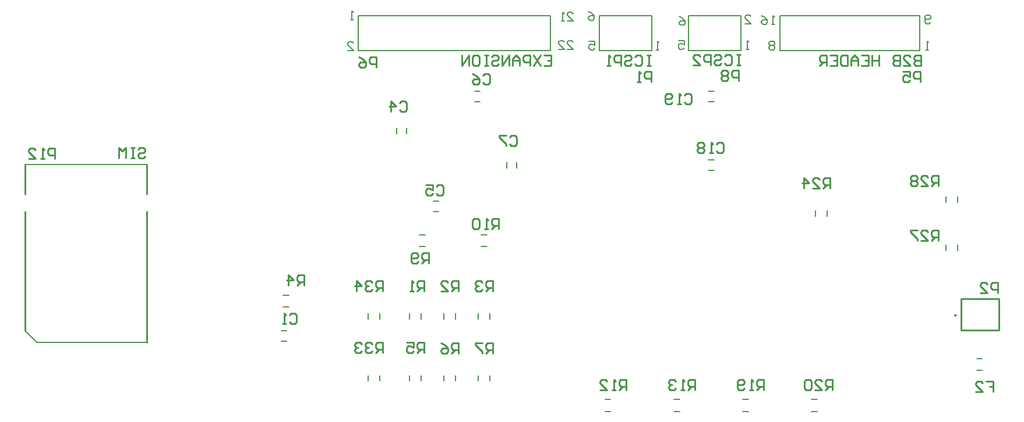
<source format=gbo>
%FSLAX25Y25*%
%MOIN*%
G70*
G01*
G75*
G04 Layer_Color=32896*
%ADD10R,0.05906X0.07480*%
%ADD11R,0.07480X0.05906*%
%ADD12R,0.04331X0.06693*%
%ADD13R,0.06299X0.06299*%
%ADD14R,0.04331X0.03937*%
%ADD15R,0.08661X0.10236*%
%ADD16R,0.02756X0.05118*%
%ADD17R,0.09449X0.10236*%
%ADD18O,0.02362X0.07677*%
%ADD19O,0.07677X0.02362*%
%ADD20R,0.05118X0.02756*%
%ADD21O,0.01181X0.08268*%
%ADD22O,0.08268X0.01181*%
%ADD23R,0.06693X0.04331*%
%ADD24R,0.09055X0.09055*%
%ADD25R,0.33071X0.41929*%
%ADD26R,0.14961X0.04134*%
%ADD27O,0.09055X0.02756*%
%ADD28R,0.03150X0.18110*%
%ADD29R,0.18110X0.03150*%
%ADD30R,0.08858X0.03150*%
%ADD31R,0.10630X0.13780*%
%ADD32R,0.03150X0.09449*%
%ADD33R,0.03150X0.03937*%
%ADD34R,0.09449X0.07874*%
%ADD35R,0.00984X0.05512*%
%ADD36R,0.08661X0.05906*%
%ADD37C,0.01575*%
%ADD38C,0.00598*%
%ADD39C,0.03937*%
%ADD40C,0.03150*%
%ADD41C,0.00787*%
%ADD42C,0.02756*%
%ADD43C,0.12598*%
%ADD44R,0.05906X0.05906*%
%ADD45C,0.05906*%
%ADD46R,0.05906X0.05906*%
%ADD47C,0.19685*%
%ADD48C,0.06000*%
%ADD49C,0.13780*%
%ADD50C,0.09055*%
%ADD51C,0.12661*%
%ADD52P,0.06213X8X112.5*%
%ADD53O,0.04724X0.09843*%
%ADD54C,0.05000*%
%ADD55R,0.05709X0.07677*%
%ADD56R,0.04724X0.11024*%
%ADD57R,0.11024X0.11024*%
%ADD58C,0.00984*%
%ADD59C,0.02362*%
%ADD60C,0.01000*%
%ADD61R,0.06706X0.08280*%
%ADD62R,0.08280X0.06706*%
%ADD63R,0.05131X0.07493*%
%ADD64R,0.07099X0.07099*%
%ADD65R,0.05131X0.04737*%
%ADD66R,0.09461X0.11036*%
%ADD67R,0.03556X0.05918*%
%ADD68R,0.10249X0.11036*%
%ADD69O,0.03162X0.08477*%
%ADD70O,0.08477X0.03162*%
%ADD71R,0.05918X0.03556*%
%ADD72O,0.01981X0.09068*%
%ADD73O,0.09068X0.01981*%
%ADD74R,0.07493X0.05131*%
%ADD75R,0.09855X0.09855*%
%ADD76R,0.33871X0.42729*%
%ADD77R,0.15761X0.04934*%
%ADD78O,0.09855X0.03556*%
%ADD79R,0.03950X0.18910*%
%ADD80R,0.18910X0.03950*%
%ADD81R,0.09658X0.03950*%
%ADD82R,0.11430X0.14579*%
%ADD83R,0.03950X0.10249*%
%ADD84R,0.03950X0.04737*%
%ADD85R,0.10249X0.08674*%
%ADD86R,0.01784X0.06312*%
%ADD87R,0.09461X0.06706*%
%ADD88C,0.13398*%
%ADD89R,0.06706X0.06706*%
%ADD90C,0.06706*%
%ADD91R,0.06706X0.06706*%
%ADD92C,0.20485*%
%ADD93C,0.06800*%
%ADD94C,0.14579*%
%ADD95C,0.09855*%
%ADD96C,0.13461*%
%ADD97P,0.07079X8X112.5*%
%ADD98O,0.05524X0.10642*%
%ADD99C,0.05800*%
%ADD100R,0.06509X0.08477*%
%ADD101R,0.05524X0.11824*%
%ADD102R,0.11824X0.11824*%
%ADD103C,0.00800*%
D41*
X277953Y156496D02*
X281102D01*
X277953Y150591D02*
X281102D01*
X270079Y137205D02*
X273228D01*
X270079Y130512D02*
X273228D01*
X305512Y137205D02*
X308661D01*
X305512Y130512D02*
X308661D01*
X435433Y219488D02*
X438583D01*
X435433Y213583D02*
X438583D01*
X240748Y88976D02*
Y92126D01*
X247441Y88976D02*
Y92126D01*
X578150Y155905D02*
Y159055D01*
X571457Y155905D02*
Y159055D01*
X290748Y53543D02*
Y56693D01*
X284055Y53543D02*
Y56693D01*
X271063Y53543D02*
Y56693D01*
X264370Y53543D02*
Y56693D01*
X256890Y195276D02*
Y198425D01*
X262795Y195276D02*
Y198425D01*
X571457Y128347D02*
Y131496D01*
X578150Y128347D02*
Y131496D01*
X588976Y59646D02*
X592126D01*
X588976Y66338D02*
X592126D01*
X503347Y148031D02*
Y151181D01*
X496654Y148031D02*
Y151181D01*
X271063Y88976D02*
Y92126D01*
X264370Y88976D02*
Y92126D01*
X290748Y88976D02*
Y92126D01*
X284055Y88976D02*
Y92126D01*
X310433Y88976D02*
Y92126D01*
X303740Y88976D02*
Y92126D01*
X310433Y53543D02*
Y56693D01*
X303740Y53543D02*
Y56693D01*
X247441Y53543D02*
Y56693D01*
X240748Y53543D02*
Y56693D01*
X301575Y213583D02*
X304724D01*
X301575Y219488D02*
X304724D01*
X319882Y175591D02*
Y178740D01*
X325787Y175591D02*
Y178740D01*
X192126Y95866D02*
X195276D01*
X192126Y102559D02*
X195276D01*
X190945Y82087D02*
X194095D01*
X190945Y76181D02*
X194095D01*
X376378Y42717D02*
X379528D01*
X376378Y36024D02*
X379528D01*
X415748Y42717D02*
X418898D01*
X415748Y36024D02*
X418898D01*
X455118Y42717D02*
X458268D01*
X455118Y36024D02*
X458268D01*
X494488Y42717D02*
X497638D01*
X494488Y36024D02*
X497638D01*
X435433Y174213D02*
X438583D01*
X435433Y180118D02*
X438583D01*
X235158Y243032D02*
Y263032D01*
X345158D01*
X235158Y243032D02*
X345158D01*
Y263032D01*
X402953Y243032D02*
Y263032D01*
X372953Y243032D02*
X402953D01*
X372953Y263032D02*
X402953D01*
X372953Y243032D02*
X392119D01*
X372953D02*
Y263032D01*
X454134Y243032D02*
Y263032D01*
X424134Y243032D02*
X454134D01*
X424134Y263032D02*
X454134D01*
X424134Y243032D02*
X443301D01*
X424134D02*
Y263032D01*
X476496Y243032D02*
Y263032D01*
X556496D01*
X476496Y243032D02*
X556496D01*
Y263032D01*
X44488Y177559D02*
X114173D01*
X51181Y75590D02*
X114173D01*
X44488Y82284D02*
X51181Y75590D01*
D60*
X577165Y90945D02*
G03*
X577165Y90945I-394J0D01*
G01*
X114173Y160630D02*
Y177559D01*
Y75590D02*
Y150394D01*
X44488Y160630D02*
Y177559D01*
Y82284D02*
Y150394D01*
X601575Y82677D02*
Y100394D01*
X579921Y82677D02*
Y100394D01*
X601575D01*
X579921Y82677D02*
X601575D01*
X203902Y108143D02*
Y114141D01*
X200903D01*
X199904Y113142D01*
Y111142D01*
X200903Y110143D01*
X203902D01*
X201903D02*
X199904Y108143D01*
X194905D02*
Y114141D01*
X197904Y111142D01*
X193906D01*
X388204Y48293D02*
Y54291D01*
X385205D01*
X384205Y53291D01*
Y51292D01*
X385205Y50292D01*
X388204D01*
X386205D02*
X384205Y48293D01*
X382206D02*
X380206D01*
X381206D01*
Y54291D01*
X382206Y53291D01*
X373209Y48293D02*
X377207D01*
X373209Y52292D01*
Y53291D01*
X374208Y54291D01*
X376208D01*
X377207Y53291D01*
X427541Y48230D02*
Y54228D01*
X424542D01*
X423542Y53228D01*
Y51229D01*
X424542Y50229D01*
X427541D01*
X425542D02*
X423542Y48230D01*
X421543D02*
X419544D01*
X420543D01*
Y54228D01*
X421543Y53228D01*
X416544D02*
X415545Y54228D01*
X413546D01*
X412546Y53228D01*
Y52229D01*
X413546Y51229D01*
X414545D01*
X413546D01*
X412546Y50229D01*
Y49230D01*
X413546Y48230D01*
X415545D01*
X416544Y49230D01*
X292293Y104793D02*
Y110791D01*
X289294D01*
X288294Y109791D01*
Y107792D01*
X289294Y106792D01*
X292293D01*
X290294D02*
X288294Y104793D01*
X282296D02*
X286295D01*
X282296Y108792D01*
Y109791D01*
X283296Y110791D01*
X285295D01*
X286295Y109791D01*
X292330Y69330D02*
Y75328D01*
X289331D01*
X288331Y74328D01*
Y72329D01*
X289331Y71329D01*
X292330D01*
X290331D02*
X288331Y69330D01*
X282333Y75328D02*
X284332Y74328D01*
X286332Y72329D01*
Y70330D01*
X285332Y69330D01*
X283333D01*
X282333Y70330D01*
Y71329D01*
X283333Y72329D01*
X286332D01*
X311967Y104756D02*
Y110754D01*
X308968D01*
X307968Y109754D01*
Y107755D01*
X308968Y106755D01*
X311967D01*
X309968D02*
X307968Y104756D01*
X305969Y109754D02*
X304969Y110754D01*
X302970D01*
X301970Y109754D01*
Y108755D01*
X302970Y107755D01*
X303970D01*
X302970D01*
X301970Y106755D01*
Y105756D01*
X302970Y104756D01*
X304969D01*
X305969Y105756D01*
X311993Y69330D02*
Y75328D01*
X308994D01*
X307994Y74328D01*
Y72329D01*
X308994Y71329D01*
X311993D01*
X309994D02*
X307994Y69330D01*
X305995Y75328D02*
X301996D01*
Y74328D01*
X305995Y70330D01*
Y69330D01*
X272667Y104756D02*
Y110754D01*
X269668D01*
X268668Y109754D01*
Y107755D01*
X269668Y106755D01*
X272667D01*
X270668D02*
X268668Y104756D01*
X266669D02*
X264669D01*
X265669D01*
Y110754D01*
X266669Y109754D01*
X272667Y69378D02*
Y75376D01*
X269668D01*
X268668Y74376D01*
Y72377D01*
X269668Y71377D01*
X272667D01*
X270668D02*
X268668Y69378D01*
X262670Y75376D02*
X266669D01*
Y72377D01*
X264669Y73377D01*
X263670D01*
X262670Y72377D01*
Y70378D01*
X263670Y69378D01*
X265669D01*
X266669Y70378D01*
X275508Y120952D02*
Y126950D01*
X272509D01*
X271509Y125951D01*
Y123951D01*
X272509Y122952D01*
X275508D01*
X273509D02*
X271509Y120952D01*
X269510Y121952D02*
X268510Y120952D01*
X266511D01*
X265511Y121952D01*
Y125951D01*
X266511Y126950D01*
X268510D01*
X269510Y125951D01*
Y124951D01*
X268510Y123951D01*
X265511D01*
X315354Y140551D02*
Y146549D01*
X312355D01*
X311356Y145550D01*
Y143550D01*
X312355Y142551D01*
X315354D01*
X313355D02*
X311356Y140551D01*
X309356D02*
X307357D01*
X308357D01*
Y146549D01*
X309356Y145550D01*
X304358D02*
X303358Y146549D01*
X301359D01*
X300359Y145550D01*
Y141551D01*
X301359Y140551D01*
X303358D01*
X304358Y141551D01*
Y145550D01*
X506252Y48304D02*
Y54302D01*
X503253D01*
X502253Y53302D01*
Y51303D01*
X503253Y50303D01*
X506252D01*
X504253D02*
X502253Y48304D01*
X496255D02*
X500254D01*
X496255Y52303D01*
Y53302D01*
X497255Y54302D01*
X499254D01*
X500254Y53302D01*
X494256D02*
X493256Y54302D01*
X491257D01*
X490257Y53302D01*
Y49304D01*
X491257Y48304D01*
X493256D01*
X494256Y49304D01*
Y53302D01*
X504952Y163819D02*
Y169817D01*
X501953D01*
X500953Y168817D01*
Y166818D01*
X501953Y165818D01*
X504952D01*
X502953D02*
X500953Y163819D01*
X494955D02*
X498954D01*
X494955Y167818D01*
Y168817D01*
X495955Y169817D01*
X497954D01*
X498954Y168817D01*
X489957Y163819D02*
Y169817D01*
X492956Y166818D01*
X488957D01*
X566929Y133858D02*
Y139856D01*
X563930D01*
X562930Y138857D01*
Y136857D01*
X563930Y135858D01*
X566929D01*
X564930D02*
X562930Y133858D01*
X556932D02*
X560931D01*
X556932Y137857D01*
Y138857D01*
X557932Y139856D01*
X559931D01*
X560931Y138857D01*
X554933Y139856D02*
X550934D01*
Y138857D01*
X554933Y134858D01*
Y133858D01*
X566929Y165354D02*
Y171352D01*
X563930D01*
X562930Y170353D01*
Y168353D01*
X563930Y167354D01*
X566929D01*
X564930D02*
X562930Y165354D01*
X556932D02*
X560931D01*
X556932Y169353D01*
Y170353D01*
X557932Y171352D01*
X559931D01*
X560931Y170353D01*
X554933D02*
X553933Y171352D01*
X551934D01*
X550934Y170353D01*
Y169353D01*
X551934Y168353D01*
X550934Y167354D01*
Y166354D01*
X551934Y165354D01*
X553933D01*
X554933Y166354D01*
Y167354D01*
X553933Y168353D01*
X554933Y169353D01*
Y170353D01*
X553933Y168353D02*
X551934D01*
X402756Y224803D02*
Y230801D01*
X399757D01*
X398757Y229802D01*
Y227802D01*
X399757Y226802D01*
X402756D01*
X396758Y224803D02*
X394759D01*
X395758D01*
Y230801D01*
X396758Y229802D01*
X556693Y224803D02*
Y230801D01*
X553694D01*
X552694Y229802D01*
Y227802D01*
X553694Y226802D01*
X556693D01*
X546696Y230801D02*
X550695D01*
Y227802D01*
X548696Y228802D01*
X547696D01*
X546696Y227802D01*
Y225803D01*
X547696Y224803D01*
X549695D01*
X550695Y225803D01*
X452756Y225590D02*
Y231589D01*
X449757D01*
X448757Y230589D01*
Y228590D01*
X449757Y227590D01*
X452756D01*
X446758Y230589D02*
X445758Y231589D01*
X443759D01*
X442759Y230589D01*
Y229589D01*
X443759Y228590D01*
X442759Y227590D01*
Y226590D01*
X443759Y225590D01*
X445758D01*
X446758Y226590D01*
Y227590D01*
X445758Y228590D01*
X446758Y229589D01*
Y230589D01*
X445758Y228590D02*
X443759D01*
X594426Y53242D02*
X598425D01*
Y50243D01*
X596426D01*
X598425D01*
Y47244D01*
X588428D02*
X592427D01*
X588428Y51243D01*
Y52242D01*
X589428Y53242D01*
X591428D01*
X592427Y52242D01*
X321764Y193254D02*
X322764Y194254D01*
X324763D01*
X325763Y193254D01*
Y189256D01*
X324763Y188256D01*
X322764D01*
X321764Y189256D01*
X319765Y194254D02*
X315766D01*
Y193254D01*
X319765Y189256D01*
Y188256D01*
X306253Y228439D02*
X307253Y229439D01*
X309252D01*
X310252Y228439D01*
Y224441D01*
X309252Y223441D01*
X307253D01*
X306253Y224441D01*
X300255Y229439D02*
X302255Y228439D01*
X304254Y226440D01*
Y224441D01*
X303254Y223441D01*
X301255D01*
X300255Y224441D01*
Y225440D01*
X301255Y226440D01*
X304254D01*
X279860Y164841D02*
X280859Y165841D01*
X282859D01*
X283858Y164841D01*
Y160842D01*
X282859Y159843D01*
X280859D01*
X279860Y160842D01*
X273862Y165841D02*
X277860D01*
Y162842D01*
X275861Y163841D01*
X274861D01*
X273862Y162842D01*
Y160842D01*
X274861Y159843D01*
X276860D01*
X277860Y160842D01*
X258768Y212954D02*
X259768Y213954D01*
X261767D01*
X262767Y212954D01*
Y208956D01*
X261767Y207956D01*
X259768D01*
X258768Y208956D01*
X253770Y207956D02*
Y213954D01*
X256769Y210955D01*
X252770D01*
X195597Y91048D02*
X196596Y92048D01*
X198596D01*
X199595Y91048D01*
Y87049D01*
X198596Y86050D01*
X196596D01*
X195597Y87049D01*
X193597Y86050D02*
X191598D01*
X192597D01*
Y92048D01*
X193597Y91048D01*
X421592Y217203D02*
X422591Y218203D01*
X424591D01*
X425591Y217203D01*
Y213204D01*
X424591Y212205D01*
X422591D01*
X421592Y213204D01*
X419593Y212205D02*
X417593D01*
X418593D01*
Y218203D01*
X419593Y217203D01*
X414594Y213204D02*
X413594Y212205D01*
X411595D01*
X410595Y213204D01*
Y217203D01*
X411595Y218203D01*
X413594D01*
X414594Y217203D01*
Y216203D01*
X413594Y215204D01*
X410595D01*
X440079Y189143D02*
X441079Y190143D01*
X443078D01*
X444078Y189143D01*
Y185145D01*
X443078Y184145D01*
X441079D01*
X440079Y185145D01*
X438080Y184145D02*
X436081D01*
X437080D01*
Y190143D01*
X438080Y189143D01*
X433081D02*
X432082Y190143D01*
X430083D01*
X429083Y189143D01*
Y188144D01*
X430083Y187144D01*
X429083Y186144D01*
Y185145D01*
X430083Y184145D01*
X432082D01*
X433081Y185145D01*
Y186144D01*
X432082Y187144D01*
X433081Y188144D01*
Y189143D01*
X432082Y187144D02*
X430083D01*
X601115Y103856D02*
Y109854D01*
X598116D01*
X597116Y108854D01*
Y106855D01*
X598116Y105855D01*
X601115D01*
X591118Y103856D02*
X595117D01*
X591118Y107855D01*
Y108854D01*
X592118Y109854D01*
X594117D01*
X595117Y108854D01*
X248967Y69382D02*
Y75380D01*
X245968D01*
X244968Y74380D01*
Y72381D01*
X245968Y71381D01*
X248967D01*
X246968D02*
X244968Y69382D01*
X242969Y74380D02*
X241969Y75380D01*
X239970D01*
X238970Y74380D01*
Y73381D01*
X239970Y72381D01*
X240969D01*
X239970D01*
X238970Y71381D01*
Y70382D01*
X239970Y69382D01*
X241969D01*
X242969Y70382D01*
X236971Y74380D02*
X235971Y75380D01*
X233972D01*
X232972Y74380D01*
Y73381D01*
X233972Y72381D01*
X234971D01*
X233972D01*
X232972Y71381D01*
Y70382D01*
X233972Y69382D01*
X235971D01*
X236971Y70382D01*
X248967Y104756D02*
Y110754D01*
X245968D01*
X244968Y109754D01*
Y107755D01*
X245968Y106755D01*
X248967D01*
X246968D02*
X244968Y104756D01*
X242969Y109754D02*
X241969Y110754D01*
X239970D01*
X238970Y109754D01*
Y108755D01*
X239970Y107755D01*
X240969D01*
X239970D01*
X238970Y106755D01*
Y105756D01*
X239970Y104756D01*
X241969D01*
X242969Y105756D01*
X233972Y104756D02*
Y110754D01*
X236971Y107755D01*
X232972D01*
X61417Y180709D02*
Y186707D01*
X58418D01*
X57419Y185707D01*
Y183708D01*
X58418Y182708D01*
X61417D01*
X55419Y180709D02*
X53420D01*
X54420D01*
Y186707D01*
X55419Y185707D01*
X46422Y180709D02*
X50421D01*
X46422Y184707D01*
Y185707D01*
X47422Y186707D01*
X49421D01*
X50421Y185707D01*
X466952Y48304D02*
Y54302D01*
X463953D01*
X462953Y53302D01*
Y51303D01*
X463953Y50303D01*
X466952D01*
X464953D02*
X462953Y48304D01*
X460954D02*
X458955D01*
X459954D01*
Y54302D01*
X460954Y53302D01*
X455956Y49304D02*
X454956Y48304D01*
X452956D01*
X451957Y49304D01*
Y53302D01*
X452956Y54302D01*
X454956D01*
X455956Y53302D01*
Y52303D01*
X454956Y51303D01*
X451957D01*
X245276Y233071D02*
Y239069D01*
X242277D01*
X241277Y238069D01*
Y236070D01*
X242277Y235070D01*
X245276D01*
X235279Y239069D02*
X237278Y238069D01*
X239278Y236070D01*
Y234071D01*
X238278Y233071D01*
X236279D01*
X235279Y234071D01*
Y235070D01*
X236279Y236070D01*
X239278D01*
X341277Y240250D02*
X345276D01*
Y234252D01*
X341277D01*
X345276Y237251D02*
X343276D01*
X339278Y240250D02*
X335279Y234252D01*
Y240250D02*
X339278Y234252D01*
X333279D02*
Y240250D01*
X330280D01*
X329281Y239250D01*
Y237251D01*
X330280Y236251D01*
X333279D01*
X327281Y234252D02*
Y238251D01*
X325282Y240250D01*
X323283Y238251D01*
Y234252D01*
Y237251D01*
X327281D01*
X321283Y234252D02*
Y240250D01*
X317285Y234252D01*
Y240250D01*
X311287Y239250D02*
X312286Y240250D01*
X314286D01*
X315285Y239250D01*
Y238251D01*
X314286Y237251D01*
X312286D01*
X311287Y236251D01*
Y235252D01*
X312286Y234252D01*
X314286D01*
X315285Y235252D01*
X309287Y240250D02*
X307288D01*
X308288D01*
Y234252D01*
X309287D01*
X307288D01*
X301290Y240250D02*
X303289D01*
X304289Y239250D01*
Y235252D01*
X303289Y234252D01*
X301290D01*
X300290Y235252D01*
Y239250D01*
X301290Y240250D01*
X298291Y234252D02*
Y240250D01*
X294292Y234252D01*
Y240250D01*
X402362D02*
X400363D01*
X401363D01*
Y234252D01*
X402362D01*
X400363D01*
X393365Y239250D02*
X394365Y240250D01*
X396364D01*
X397364Y239250D01*
Y235252D01*
X396364Y234252D01*
X394365D01*
X393365Y235252D01*
X387367Y239250D02*
X388367Y240250D01*
X390366D01*
X391366Y239250D01*
Y238251D01*
X390366Y237251D01*
X388367D01*
X387367Y236251D01*
Y235252D01*
X388367Y234252D01*
X390366D01*
X391366Y235252D01*
X385368Y234252D02*
Y240250D01*
X382369D01*
X381369Y239250D01*
Y237251D01*
X382369Y236251D01*
X385368D01*
X379370Y234252D02*
X377370D01*
X378370D01*
Y240250D01*
X379370Y239250D01*
X453543Y240644D02*
X451544D01*
X452544D01*
Y234646D01*
X453543D01*
X451544D01*
X444546Y239644D02*
X445546Y240644D01*
X447545D01*
X448545Y239644D01*
Y235645D01*
X447545Y234646D01*
X445546D01*
X444546Y235645D01*
X438548Y239644D02*
X439548Y240644D01*
X441547D01*
X442547Y239644D01*
Y238644D01*
X441547Y237645D01*
X439548D01*
X438548Y236645D01*
Y235645D01*
X439548Y234646D01*
X441547D01*
X442547Y235645D01*
X436549Y234646D02*
Y240644D01*
X433550D01*
X432550Y239644D01*
Y237645D01*
X433550Y236645D01*
X436549D01*
X426552Y234646D02*
X430551D01*
X426552Y238644D01*
Y239644D01*
X427552Y240644D01*
X429551D01*
X430551Y239644D01*
X557087Y240250D02*
Y234252D01*
X554088D01*
X553088Y235252D01*
Y236251D01*
X554088Y237251D01*
X557087D01*
X554088D01*
X553088Y238251D01*
Y239250D01*
X554088Y240250D01*
X557087D01*
X547090Y234252D02*
X551089D01*
X547090Y238251D01*
Y239250D01*
X548090Y240250D01*
X550089D01*
X551089Y239250D01*
X545090Y240250D02*
Y234252D01*
X542092D01*
X541092Y235252D01*
Y236251D01*
X542092Y237251D01*
X545090D01*
X542092D01*
X541092Y238251D01*
Y239250D01*
X542092Y240250D01*
X545090D01*
X533094D02*
Y234252D01*
Y237251D01*
X529096D01*
Y240250D01*
Y234252D01*
X523098Y240250D02*
X527096D01*
Y234252D01*
X523098D01*
X527096Y237251D02*
X525097D01*
X521098Y234252D02*
Y238251D01*
X519099Y240250D01*
X517100Y238251D01*
Y234252D01*
Y237251D01*
X521098D01*
X515100Y240250D02*
Y234252D01*
X512101D01*
X511101Y235252D01*
Y239250D01*
X512101Y240250D01*
X515100D01*
X505103D02*
X509102D01*
Y234252D01*
X505103D01*
X509102Y237251D02*
X507103D01*
X503104Y234252D02*
Y240250D01*
X500105D01*
X499105Y239250D01*
Y237251D01*
X500105Y236251D01*
X503104D01*
X501105D02*
X499105Y234252D01*
X108993Y186101D02*
X109993Y187100D01*
X111993D01*
X112992Y186101D01*
Y185101D01*
X111993Y184101D01*
X109993D01*
X108993Y183102D01*
Y182102D01*
X109993Y181102D01*
X111993D01*
X112992Y182102D01*
X106994Y187100D02*
X104995D01*
X105994D01*
Y181102D01*
X106994D01*
X104995D01*
X101996D02*
Y187100D01*
X99996Y185101D01*
X97997Y187100D01*
Y181102D01*
D103*
X232283Y260630D02*
X230617D01*
X231450D01*
Y265628D01*
X232283Y264795D01*
X228951Y242913D02*
X232283D01*
X228951Y246246D01*
Y247079D01*
X229784Y247912D01*
X231450D01*
X232283Y247079D01*
X354542Y259842D02*
X357874D01*
X354542Y263175D01*
Y264008D01*
X355375Y264841D01*
X357041D01*
X357874Y264008D01*
X352876Y259842D02*
X351209D01*
X352043D01*
Y264841D01*
X352876Y264008D01*
X354542Y243701D02*
X357874D01*
X354542Y247033D01*
Y247866D01*
X355375Y248699D01*
X357041D01*
X357874Y247866D01*
X349543Y243701D02*
X352876D01*
X349543Y247033D01*
Y247866D01*
X350377Y248699D01*
X352043D01*
X352876Y247866D01*
X407087Y243307D02*
X405420D01*
X406253D01*
Y248306D01*
X407087Y247472D01*
X367140Y248306D02*
X370472D01*
Y245806D01*
X368806Y246639D01*
X367973D01*
X367140Y245806D01*
Y244140D01*
X367973Y243307D01*
X369639D01*
X370472Y244140D01*
X366746Y265235D02*
X368413Y264402D01*
X370079Y262735D01*
Y261069D01*
X369246Y260236D01*
X367580D01*
X366746Y261069D01*
Y261902D01*
X367580Y262735D01*
X370079D01*
X458661Y243701D02*
X456995D01*
X457828D01*
Y248699D01*
X458661Y247866D01*
X456510Y258268D02*
X459842D01*
X456510Y261600D01*
Y262433D01*
X457343Y263266D01*
X459010D01*
X459842Y262433D01*
X418321Y248699D02*
X421654D01*
Y246200D01*
X419987Y247033D01*
X419154D01*
X418321Y246200D01*
Y244534D01*
X419154Y243701D01*
X420821D01*
X421654Y244534D01*
X418715Y262479D02*
X420381Y261646D01*
X422047Y259980D01*
Y258313D01*
X421214Y257480D01*
X419548D01*
X418715Y258313D01*
Y259146D01*
X419548Y259980D01*
X422047D01*
X473228Y257874D02*
X471562D01*
X472395D01*
Y262872D01*
X473228Y262039D01*
X465731Y262872D02*
X467397Y262039D01*
X469063Y260373D01*
Y258707D01*
X468230Y257874D01*
X466564D01*
X465731Y258707D01*
Y259540D01*
X466564Y260373D01*
X469063D01*
X473492Y247495D02*
X472659Y248328D01*
X470993D01*
X470160Y247495D01*
Y246661D01*
X470993Y245829D01*
X470160Y244995D01*
Y244162D01*
X470993Y243329D01*
X472659D01*
X473492Y244162D01*
Y244995D01*
X472659Y245829D01*
X473492Y246661D01*
Y247495D01*
X472659Y245829D02*
X470993D01*
X562598Y259101D02*
X561765Y258268D01*
X560099D01*
X559266Y259101D01*
Y262433D01*
X560099Y263266D01*
X561765D01*
X562598Y262433D01*
Y261600D01*
X561765Y260767D01*
X559266D01*
X561417Y243307D02*
X559751D01*
X560584D01*
Y248306D01*
X561417Y247472D01*
M02*

</source>
